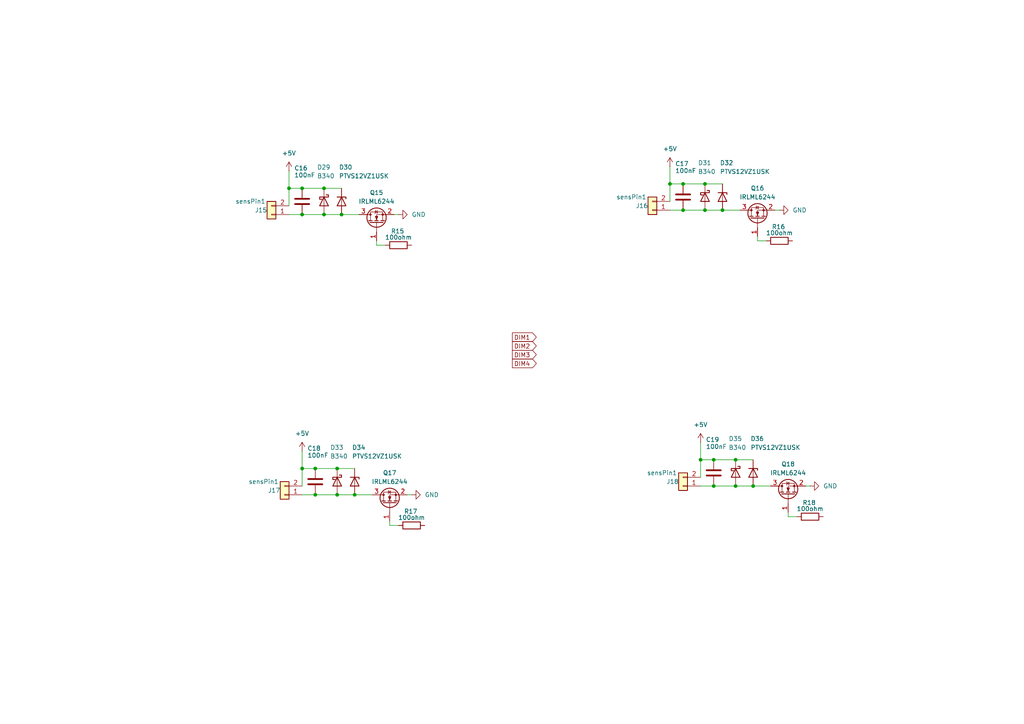
<source format=kicad_sch>
(kicad_sch (version 20231120) (generator "eeschema") (generator_version "8.0")
  (paper "A4")
  (lib_symbols
    (symbol "Connector_Generic:Conn_01x02" (pin_names (offset 1.016) hide)
      (property "Reference" "J" (at 0 2.54 0))
      (property "Value" "Conn_01x02" (at 0 -5.08 0))
      (symbol "Conn_01x02_1_1"
        (rectangle (start -1.27 -2.413) (end 0 -2.667) (stroke (width 0.1524)))
        (rectangle (start -1.27 0.127) (end 0 -0.127) (stroke (width 0.1524)))
        (rectangle (start -1.27 1.27) (end 1.27 -3.81) (stroke (width 0.254)) (fill (type background)))
        (pin passive line (at -5.08 0 0) (length 3.81) (name "Pin_1") (number "1"))
        (pin passive line (at -5.08 -2.54 0) (length 3.81) (name "Pin_2") (number "2"))
      )
    )
    (symbol "Device:C" (pin_numbers hide) (pin_names (offset 0.254))
      (property "Reference" "C" (at 0.635 2.54 0))
      (property "Value" "C" (at 0.635 -2.54 0))
      (symbol "C_0_1"
        (polyline (pts (xy -2.032 -0.762) (xy 2.032 -0.762)) (stroke (width 0.508)))
        (polyline (pts (xy -2.032 0.762) (xy 2.032 0.762)) (stroke (width 0.508)))
      )
      (symbol "C_1_1"
        (pin passive line (at 0 3.81 270) (length 2.794) (name "~") (number "1"))
        (pin passive line (at 0 -3.81 90) (length 2.794) (name "~") (number "2"))
      )
    )
    (symbol "Device:R" (pin_numbers hide) (pin_names (offset 0))
      (property "Reference" "R" (at 2.032 0 90))
      (property "Value" "R" (at 0 0 90))
      (symbol "R_0_1"
        (rectangle (start -1.016 -2.54) (end 1.016 2.54) (stroke (width 0.254)))
      )
      (symbol "R_1_1"
        (pin passive line (at 0 3.81 270) (length 1.27) (name "~") (number "1"))
        (pin passive line (at 0 -3.81 90) (length 1.27) (name "~") (number "2"))
      )
    )
    (symbol "Diode:B340" (pin_numbers hide) (pin_names (offset 1.016) hide)
      (property "Reference" "D" (at 0 2.54 0))
      (property "Value" "B340" (at 0 -2.54 0))
      (symbol "B340_0_1"
        (polyline (pts (xy 1.27 0) (xy -1.27 0)))
        (polyline (pts (xy 1.27 1.27) (xy 1.27 -1.27) (xy -1.27 0) (xy 1.27 1.27)) (stroke (width 0.254)))
        (polyline (pts (xy -1.905 0.635) (xy -1.905 1.27) (xy -1.27 1.27) (xy -1.27 -1.27) (xy -0.635 -1.27) (xy -0.635 -0.635)) (stroke (width 0.254)))
      )
      (symbol "B340_1_1"
        (pin passive line (at -3.81 0 0) (length 2.54) (name "K") (number "1"))
        (pin passive line (at 3.81 0 180) (length 2.54) (name "A") (number "2"))
      )
    )
    (symbol "Diode:PTVS12VZ1USK" (pin_numbers hide) (pin_names hide)
      (property "Reference" "D" (at 0 2.54 0))
      (property "Value" "PTVS12VZ1USK" (at 0 -2.54 0))
      (symbol "PTVS12VZ1USK_0_1"
        (polyline (pts (xy 1.27 0) (xy -1.27 0)))
        (polyline (pts (xy -1.27 -1.27) (xy -1.27 1.27) (xy -0.762 1.27)) (stroke (width 0.254)))
        (polyline (pts (xy 1.27 -1.27) (xy 1.27 1.27) (xy -1.27 0) (xy 1.27 -1.27)) (stroke (width 0.254)))
      )
      (symbol "PTVS12VZ1USK_1_1"
        (pin passive line (at -3.81 0 0) (length 2.54) (name "K") (number "1"))
        (pin passive line (at 3.81 0 180) (length 2.54) (name "A") (number "2"))
      )
    )
    (symbol "Transistor_FET:IRLML6244" (pin_names hide)
      (property "Reference" "Q" (at 5.08 1.905 0))
      (property "Value" "IRLML6244" (at 5.08 0 0))
      (symbol "IRLML6244_0_1"
        (polyline (pts (xy 0.254 0) (xy -2.54 0)))
        (polyline (pts (xy 0.254 1.905) (xy 0.254 -1.905)) (stroke (width 0.254)))
        (polyline (pts (xy 0.762 -1.27) (xy 0.762 -2.286)) (stroke (width 0.254)))
        (polyline (pts (xy 0.762 0.508) (xy 0.762 -0.508)) (stroke (width 0.254)))
        (polyline (pts (xy 0.762 2.286) (xy 0.762 1.27)) (stroke (width 0.254)))
        (polyline (pts (xy 2.54 2.54) (xy 2.54 1.778)))
        (polyline (pts (xy 2.54 -2.54) (xy 2.54 0) (xy 0.762 0)))
        (polyline (pts (xy 0.762 -1.778) (xy 3.302 -1.778) (xy 3.302 1.778) (xy 0.762 1.778)))
        (polyline (pts (xy 1.016 0) (xy 2.032 0.381) (xy 2.032 -0.381) (xy 1.016 0)) (fill (type outline)))
        (polyline (pts (xy 2.794 0.508) (xy 2.921 0.381) (xy 3.683 0.381) (xy 3.81 0.254)))
        (polyline (pts (xy 3.302 0.381) (xy 2.921 -0.254) (xy 3.683 -0.254) (xy 3.302 0.381)))
        (circle (center 1.651 0) (radius 2.794) (stroke (width 0.254)))
        (circle (center 2.54 -1.778) (radius 0.254) (fill (type outline)))
        (circle (center 2.54 1.778) (radius 0.254) (fill (type outline)))
      )
      (symbol "IRLML6244_1_1"
        (pin input line (at -5.08 0 0) (length 2.54) (name "G") (number "1"))
        (pin passive line (at 2.54 -5.08 90) (length 2.54) (name "S") (number "2"))
        (pin passive line (at 2.54 5.08 270) (length 2.54) (name "D") (number "3"))
      )
    )
    (symbol "power:+5V" (power) (pin_numbers hide) (pin_names (offset 0) hide)
      (property "Value" "+5V" (at 0 3.556 0))
      (symbol "+5V_0_1"
        (polyline (pts (xy -0.762 1.27) (xy 0 2.54)))
        (polyline (pts (xy 0 0) (xy 0 2.54)))
        (polyline (pts (xy 0 2.54) (xy 0.762 1.27)))
      )
      (symbol "+5V_1_1"
        (pin power_in line (at 0 0 90) (length 0) (name "~") (number "1"))
      )
    )
    (symbol "power:GND" (power) (pin_numbers hide) (pin_names (offset 0) hide)
      (property "Value" "GND" (at 0 -3.81 0))
      (symbol "GND_0_1"
        (polyline (pts (xy 0 0) (xy 0 -1.27) (xy 1.27 -1.27) (xy 0 -2.54) (xy -1.27 -1.27) (xy 0 -1.27)))
      )
      (symbol "GND_1_1"
        (pin power_in line (at 0 0 270) (length 0) (name "~") (number "1"))
      )
    )
  )
  (junction (at 91.44 143.51))
  (junction (at 204.47 60.96))
  (junction (at 83.82 54.61))
  (junction (at 198.12 53.34))
  (junction (at 87.63 62.23))
  (junction (at 218.44 140.97))
  (junction (at 97.79 135.89))
  (junction (at 194.31 53.34))
  (junction (at 207.01 133.35))
  (junction (at 99.06 62.23))
  (junction (at 102.87 143.51))
  (junction (at 97.79 143.51))
  (junction (at 91.44 135.89))
  (junction (at 209.55 60.96))
  (junction (at 213.36 133.35))
  (junction (at 204.47 53.34))
  (junction (at 213.36 140.97))
  (junction (at 93.98 54.61))
  (junction (at 87.63 54.61))
  (junction (at 198.12 60.96))
  (junction (at 203.2 133.35))
  (junction (at 87.63 135.89))
  (junction (at 207.01 140.97))
  (junction (at 93.98 62.23))
  (wire (pts (xy 222.25 69.85) (xy 219.71 69.85)))
  (wire (pts (xy 83.82 54.61) (xy 87.63 54.61)))
  (wire (pts (xy 194.31 60.96) (xy 198.12 60.96)))
  (wire (pts (xy 207.01 140.97) (xy 213.36 140.97)))
  (wire (pts (xy 209.55 60.96) (xy 214.63 60.96)))
  (wire (pts (xy 87.63 130.81) (xy 87.63 135.89)))
  (wire (pts (xy 218.44 140.97) (xy 223.52 140.97)))
  (wire (pts (xy 99.06 62.23) (xy 104.14 62.23)))
  (wire (pts (xy 198.12 53.34) (xy 204.47 53.34)))
  (wire (pts (xy 87.63 143.51) (xy 91.44 143.51)))
  (wire (pts (xy 91.44 143.51) (xy 97.79 143.51)))
  (wire (pts (xy 113.03 152.4) (xy 113.03 151.13)))
  (wire (pts (xy 83.82 62.23) (xy 87.63 62.23)))
  (wire (pts (xy 87.63 135.89) (xy 87.63 140.97)))
  (wire (pts (xy 115.57 152.4) (xy 113.03 152.4)))
  (wire (pts (xy 194.31 53.34) (xy 194.31 58.42)))
  (wire (pts (xy 93.98 54.61) (xy 99.06 54.61)))
  (wire (pts (xy 203.2 128.27) (xy 203.2 133.35)))
  (wire (pts (xy 83.82 49.53) (xy 83.82 54.61)))
  (wire (pts (xy 203.2 133.35) (xy 207.01 133.35)))
  (wire (pts (xy 228.6 149.86) (xy 228.6 148.59)))
  (wire (pts (xy 109.22 71.12) (xy 109.22 69.85)))
  (wire (pts (xy 194.31 48.26) (xy 194.31 53.34)))
  (wire (pts (xy 97.79 135.89) (xy 102.87 135.89)))
  (wire (pts (xy 219.71 69.85) (xy 219.71 68.58)))
  (wire (pts (xy 207.01 133.35) (xy 213.36 133.35)))
  (wire (pts (xy 93.98 62.23) (xy 99.06 62.23)))
  (wire (pts (xy 102.87 143.51) (xy 107.95 143.51)))
  (wire (pts (xy 97.79 143.51) (xy 102.87 143.51)))
  (wire (pts (xy 234.95 140.97) (xy 233.68 140.97)))
  (wire (pts (xy 213.36 140.97) (xy 218.44 140.97)))
  (wire (pts (xy 213.36 133.35) (xy 218.44 133.35)))
  (wire (pts (xy 83.82 54.61) (xy 83.82 59.69)))
  (wire (pts (xy 204.47 60.96) (xy 209.55 60.96)))
  (wire (pts (xy 87.63 135.89) (xy 91.44 135.89)))
  (wire (pts (xy 91.44 135.89) (xy 97.79 135.89)))
  (wire (pts (xy 87.63 54.61) (xy 93.98 54.61)))
  (wire (pts (xy 204.47 53.34) (xy 209.55 53.34)))
  (wire (pts (xy 203.2 133.35) (xy 203.2 138.43)))
  (wire (pts (xy 203.2 140.97) (xy 207.01 140.97)))
  (wire (pts (xy 87.63 62.23) (xy 93.98 62.23)))
  (wire (pts (xy 119.38 143.51) (xy 118.11 143.51)))
  (wire (pts (xy 194.31 53.34) (xy 198.12 53.34)))
  (wire (pts (xy 198.12 60.96) (xy 204.47 60.96)))
  (wire (pts (xy 115.57 62.23) (xy 114.3 62.23)))
  (wire (pts (xy 111.76 71.12) (xy 109.22 71.12)))
  (wire (pts (xy 231.14 149.86) (xy 228.6 149.86)))
  (wire (pts (xy 226.06 60.96) (xy 224.79 60.96)))
  (global_label "DIM4" (shape output) (at 148.59 105.41 0) (property "Intersheetrefs" "${INTERSHEET_REFS}" (effects (hide yes))))
  (global_label "DIM3" (shape output) (at 148.59 102.87 0) (property "Intersheetrefs" "${INTERSHEET_REFS}" (effects (hide yes))))
  (global_label "DIM2" (shape output) (at 148.59 100.33 0) (property "Intersheetrefs" "${INTERSHEET_REFS}" (effects (hide yes))))
  (global_label "DIM1" (shape output) (at 148.59 97.79 0) (property "Intersheetrefs" "${INTERSHEET_REFS}" (effects (hide yes))))
  (symbol (lib_id "Diode:PTVS12VZ1USK") (at 99.06 58.42 270) (unit 1)
    (property "Reference" "D30" (at 98.298 48.514 90) (effects (justify left)))
    (property "Value" "PTVS12VZ1USK" (at 98.298 51.054 90) (effects (justify left)))
    (property "Footprint" "Diode_SMD:Nexperia_DSN1608-2_1.6x0.8mm" (effects (hide yes)))
    (property "Datasheet" "https://assets.nexperia.com/documents/data-sheet/PTVS12VZ1USK.pdf" (effects (hide yes)))
    (property "Description" "12V, 1900W TVS unidirectional diode, DSN1608-2" (effects (hide yes)))
  )
  (symbol (lib_id "power:+5V") (at 87.63 130.81 0) (unit 1)
    (property "Reference" "#PWR037" (effects (hide yes)))
    (property "Value" "+5V" (at 87.63 125.73 0))
    (property "Description" "Power symbol creates a global label with name \"+5V\"" (effects (hide yes)))
  )
  (symbol (lib_id "Connector_Generic:Conn_01x02") (at 198.12 140.97 180) (unit 1)
    (property "Reference" "J18" (at 195.072 139.7 0))
    (property "Value" "sensPin1" (at 192.024 137.16 0))
    (property "Footprint" "Connector_JST:JST_XH_S2B-XH-A_1x02_P2.50mm_Horizontal" (effects (hide yes)))
    (property "Description" "Generic connector, single row, 01x02, script generated (kicad-library-utils/schlib/autogen/connector/)" (effects (hide yes)))
  )
  (symbol (lib_id "power:+5V") (at 203.2 128.27 0) (unit 1)
    (property "Reference" "#PWR039" (effects (hide yes)))
    (property "Value" "+5V" (at 203.2 123.19 0))
    (property "Description" "Power symbol creates a global label with name \"+5V\"" (effects (hide yes)))
  )
  (symbol (lib_id "power:GND") (at 234.95 140.97 90) (unit 1)
    (property "Reference" "#PWR040" (effects (hide yes)))
    (property "Value" "GND" (at 238.76 140.9699 90) (effects (justify right)))
    (property "Description" "Power symbol creates a global label with name \"GND\" , ground" (effects (hide yes)))
  )
  (symbol (lib_id "Transistor_FET:IRLML6244") (at 228.6 143.51 90) (unit 1)
    (property "Reference" "Q18" (at 228.6 134.62 90))
    (property "Value" "IRLML6244" (at 228.6 137.16 90))
    (property "Footprint" "Package_TO_SOT_SMD:SOT-23" (effects (hide yes)))
    (property "Datasheet" "https://www.infineon.com/dgdl/Infineon-IRLML6244-DataSheet-v01_01-EN.pdf?fileId=5546d462533600a4015356686fed261f" (effects (hide yes)))
    (property "Description" "6.3A Id, 20V Vds, 21mOhm Rds, N-Channel StrongIRFET Power MOSFET, SOT-23" (effects (hide yes)))
  )
  (symbol (lib_id "Transistor_FET:IRLML6244") (at 219.71 63.5 90) (unit 1)
    (property "Reference" "Q16" (at 219.71 54.61 90))
    (property "Value" "IRLML6244" (at 219.71 57.15 90))
    (property "Footprint" "Package_TO_SOT_SMD:SOT-23" (effects (hide yes)))
    (property "Datasheet" "https://www.infineon.com/dgdl/Infineon-IRLML6244-DataSheet-v01_01-EN.pdf?fileId=5546d462533600a4015356686fed261f" (effects (hide yes)))
    (property "Description" "6.3A Id, 20V Vds, 21mOhm Rds, N-Channel StrongIRFET Power MOSFET, SOT-23" (effects (hide yes)))
  )
  (symbol (lib_id "Diode:B340") (at 93.98 58.42 270) (unit 1)
    (property "Reference" "D29" (at 91.948 48.514 90) (effects (justify left)))
    (property "Value" "B340" (at 91.948 51.054 90) (effects (justify left)))
    (property "Footprint" "Diode_SMD:D_SMC" (effects (hide yes)))
    (property "Datasheet" "http://www.jameco.com/Jameco/Products/ProdDS/1538777.pdf" (effects (hide yes)))
    (property "Description" "40V 3A Schottky Barrier Rectifier Diode, SMC" (effects (hide yes)))
  )
  (symbol (lib_id "Transistor_FET:IRLML6244") (at 113.03 146.05 90) (unit 1)
    (property "Reference" "Q17" (at 113.03 137.16 90))
    (property "Value" "IRLML6244" (at 113.03 139.7 90))
    (property "Footprint" "Package_TO_SOT_SMD:SOT-23" (effects (hide yes)))
    (property "Datasheet" "https://www.infineon.com/dgdl/Infineon-IRLML6244-DataSheet-v01_01-EN.pdf?fileId=5546d462533600a4015356686fed261f" (effects (hide yes)))
    (property "Description" "6.3A Id, 20V Vds, 21mOhm Rds, N-Channel StrongIRFET Power MOSFET, SOT-23" (effects (hide yes)))
  )
  (symbol (lib_id "Connector_Generic:Conn_01x02") (at 82.55 143.51 180) (unit 1)
    (property "Reference" "J17" (at 79.502 142.24 0))
    (property "Value" "sensPin1" (at 76.454 139.7 0))
    (property "Footprint" "Connector_JST:JST_XH_S2B-XH-A_1x02_P2.50mm_Horizontal" (effects (hide yes)))
    (property "Description" "Generic connector, single row, 01x02, script generated (kicad-library-utils/schlib/autogen/connector/)" (effects (hide yes)))
  )
  (symbol (lib_id "Diode:PTVS12VZ1USK") (at 209.55 57.15 270) (unit 1)
    (property "Reference" "D32" (at 208.788 47.244 90) (effects (justify left)))
    (property "Value" "PTVS12VZ1USK" (at 208.788 49.784 90) (effects (justify left)))
    (property "Footprint" "Diode_SMD:Nexperia_DSN1608-2_1.6x0.8mm" (effects (hide yes)))
    (property "Datasheet" "https://assets.nexperia.com/documents/data-sheet/PTVS12VZ1USK.pdf" (effects (hide yes)))
    (property "Description" "12V, 1900W TVS unidirectional diode, DSN1608-2" (effects (hide yes)))
  )
  (symbol (lib_id "Device:R") (at 119.38 152.4 270) (unit 1)
    (property "Reference" "R17" (at 119.126 148.336 90))
    (property "Value" "100ohm" (at 119.38 150.114 90))
    (property "Footprint" "Resistor_SMD:R_0603_1608Metric_Pad0.98x0.95mm_HandSolder" (effects (hide yes)))
    (property "Description" "Resistor" (effects (hide yes)))
  )
  (symbol (lib_id "Connector_Generic:Conn_01x02") (at 78.74 62.23 180) (unit 1)
    (property "Reference" "J15" (at 75.692 60.96 0))
    (property "Value" "sensPin1" (at 72.644 58.42 0))
    (property "Footprint" "Connector_JST:JST_XH_S2B-XH-A_1x02_P2.50mm_Horizontal" (effects (hide yes)))
    (property "Description" "Generic connector, single row, 01x02, script generated (kicad-library-utils/schlib/autogen/connector/)" (effects (hide yes)))
  )
  (symbol (lib_id "power:+5V") (at 194.31 48.26 0) (unit 1)
    (property "Reference" "#PWR035" (effects (hide yes)))
    (property "Value" "+5V" (at 194.31 43.18 0))
    (property "Description" "Power symbol creates a global label with name \"+5V\"" (effects (hide yes)))
  )
  (symbol (lib_id "Diode:PTVS12VZ1USK") (at 218.44 137.16 270) (unit 1)
    (property "Reference" "D36" (at 217.678 127.254 90) (effects (justify left)))
    (property "Value" "PTVS12VZ1USK" (at 217.678 129.794 90) (effects (justify left)))
    (property "Footprint" "Diode_SMD:Nexperia_DSN1608-2_1.6x0.8mm" (effects (hide yes)))
    (property "Datasheet" "https://assets.nexperia.com/documents/data-sheet/PTVS12VZ1USK.pdf" (effects (hide yes)))
    (property "Description" "12V, 1900W TVS unidirectional diode, DSN1608-2" (effects (hide yes)))
  )
  (symbol (lib_id "Diode:PTVS12VZ1USK") (at 102.87 139.7 270) (unit 1)
    (property "Reference" "D34" (at 102.108 129.794 90) (effects (justify left)))
    (property "Value" "PTVS12VZ1USK" (at 102.108 132.334 90) (effects (justify left)))
    (property "Footprint" "Diode_SMD:Nexperia_DSN1608-2_1.6x0.8mm" (effects (hide yes)))
    (property "Datasheet" "https://assets.nexperia.com/documents/data-sheet/PTVS12VZ1USK.pdf" (effects (hide yes)))
    (property "Description" "12V, 1900W TVS unidirectional diode, DSN1608-2" (effects (hide yes)))
  )
  (symbol (lib_id "Device:C") (at 87.63 58.42 0) (unit 1)
    (property "Reference" "C16" (at 85.344 48.768 0) (effects (justify left)))
    (property "Value" "100nF" (at 85.344 50.8 0) (effects (justify left)))
    (property "Footprint" "Capacitor_SMD:C_0603_1608Metric_Pad1.08x0.95mm_HandSolder" (effects (hide yes)))
    (property "Description" "Unpolarized capacitor" (effects (hide yes)))
  )
  (symbol (lib_id "Device:C") (at 198.12 57.15 0) (unit 1)
    (property "Reference" "C17" (at 195.834 47.498 0) (effects (justify left)))
    (property "Value" "100nF" (at 195.834 49.53 0) (effects (justify left)))
    (property "Footprint" "Capacitor_SMD:C_0603_1608Metric_Pad1.08x0.95mm_HandSolder" (effects (hide yes)))
    (property "Description" "Unpolarized capacitor" (effects (hide yes)))
  )
  (symbol (lib_id "Device:R") (at 115.57 71.12 270) (unit 1)
    (property "Reference" "R15" (at 115.316 67.056 90))
    (property "Value" "100ohm" (at 115.57 68.834 90))
    (property "Footprint" "Resistor_SMD:R_0603_1608Metric_Pad0.98x0.95mm_HandSolder" (effects (hide yes)))
    (property "Description" "Resistor" (effects (hide yes)))
  )
  (symbol (lib_id "Device:R") (at 226.06 69.85 270) (unit 1)
    (property "Reference" "R16" (at 225.806 65.786 90))
    (property "Value" "100ohm" (at 226.06 67.564 90))
    (property "Footprint" "Resistor_SMD:R_0603_1608Metric_Pad0.98x0.95mm_HandSolder" (effects (hide yes)))
    (property "Description" "Resistor" (effects (hide yes)))
  )
  (symbol (lib_id "Device:R") (at 234.95 149.86 270) (unit 1)
    (property "Reference" "R18" (at 234.696 145.796 90))
    (property "Value" "100ohm" (at 234.95 147.574 90))
    (property "Footprint" "Resistor_SMD:R_0603_1608Metric_Pad0.98x0.95mm_HandSolder" (effects (hide yes)))
    (property "Description" "Resistor" (effects (hide yes)))
  )
  (symbol (lib_id "power:+5V") (at 83.82 49.53 0) (unit 1)
    (property "Reference" "#PWR033" (effects (hide yes)))
    (property "Value" "+5V" (at 83.82 44.45 0))
    (property "Description" "Power symbol creates a global label with name \"+5V\"" (effects (hide yes)))
  )
  (symbol (lib_id "Transistor_FET:IRLML6244") (at 109.22 64.77 90) (unit 1)
    (property "Reference" "Q15" (at 109.22 55.88 90))
    (property "Value" "IRLML6244" (at 109.22 58.42 90))
    (property "Footprint" "Package_TO_SOT_SMD:SOT-23" (effects (hide yes)))
    (property "Datasheet" "https://www.infineon.com/dgdl/Infineon-IRLML6244-DataSheet-v01_01-EN.pdf?fileId=5546d462533600a4015356686fed261f" (effects (hide yes)))
    (property "Description" "6.3A Id, 20V Vds, 21mOhm Rds, N-Channel StrongIRFET Power MOSFET, SOT-23" (effects (hide yes)))
  )
  (symbol (lib_id "power:GND") (at 115.57 62.23 90) (unit 1)
    (property "Reference" "#PWR034" (effects (hide yes)))
    (property "Value" "GND" (at 119.38 62.2299 90) (effects (justify right)))
    (property "Description" "Power symbol creates a global label with name \"GND\" , ground" (effects (hide yes)))
  )
  (symbol (lib_id "Device:C") (at 207.01 137.16 0) (unit 1)
    (property "Reference" "C19" (at 204.724 127.508 0) (effects (justify left)))
    (property "Value" "100nF" (at 204.724 129.54 0) (effects (justify left)))
    (property "Footprint" "Capacitor_SMD:C_0603_1608Metric_Pad1.08x0.95mm_HandSolder" (effects (hide yes)))
    (property "Description" "Unpolarized capacitor" (effects (hide yes)))
  )
  (symbol (lib_id "Diode:B340") (at 204.47 57.15 270) (unit 1)
    (property "Reference" "D31" (at 202.438 47.244 90) (effects (justify left)))
    (property "Value" "B340" (at 202.438 49.784 90) (effects (justify left)))
    (property "Footprint" "Diode_SMD:D_SMC" (effects (hide yes)))
    (property "Datasheet" "http://www.jameco.com/Jameco/Products/ProdDS/1538777.pdf" (effects (hide yes)))
    (property "Description" "40V 3A Schottky Barrier Rectifier Diode, SMC" (effects (hide yes)))
  )
  (symbol (lib_id "Diode:B340") (at 213.36 137.16 270) (unit 1)
    (property "Reference" "D35" (at 211.328 127.254 90) (effects (justify left)))
    (property "Value" "B340" (at 211.328 129.794 90) (effects (justify left)))
    (property "Footprint" "Diode_SMD:D_SMC" (effects (hide yes)))
    (property "Datasheet" "http://www.jameco.com/Jameco/Products/ProdDS/1538777.pdf" (effects (hide yes)))
    (property "Description" "40V 3A Schottky Barrier Rectifier Diode, SMC" (effects (hide yes)))
  )
  (symbol (lib_id "Diode:B340") (at 97.79 139.7 270) (unit 1)
    (property "Reference" "D33" (at 95.758 129.794 90) (effects (justify left)))
    (property "Value" "B340" (at 95.758 132.334 90) (effects (justify left)))
    (property "Footprint" "Diode_SMD:D_SMC" (effects (hide yes)))
    (property "Datasheet" "http://www.jameco.com/Jameco/Products/ProdDS/1538777.pdf" (effects (hide yes)))
    (property "Description" "40V 3A Schottky Barrier Rectifier Diode, SMC" (effects (hide yes)))
  )
  (symbol (lib_id "power:GND") (at 226.06 60.96 90) (unit 1)
    (property "Reference" "#PWR036" (effects (hide yes)))
    (property "Value" "GND" (at 229.87 60.9599 90) (effects (justify right)))
    (property "Description" "Power symbol creates a global label with name \"GND\" , ground" (effects (hide yes)))
  )
  (symbol (lib_id "power:GND") (at 119.38 143.51 90) (unit 1)
    (property "Reference" "#PWR038" (effects (hide yes)))
    (property "Value" "GND" (at 123.19 143.5099 90) (effects (justify right)))
    (property "Description" "Power symbol creates a global label with name \"GND\" , ground" (effects (hide yes)))
  )
  (symbol (lib_id "Connector_Generic:Conn_01x02") (at 189.23 60.96 180) (unit 1)
    (property "Reference" "J16" (at 186.182 59.69 0))
    (property "Value" "sensPin1" (at 183.134 57.15 0))
    (property "Footprint" "Connector_JST:JST_XH_S2B-XH-A_1x02_P2.50mm_Horizontal" (effects (hide yes)))
    (property "Description" "Generic connector, single row, 01x02, script generated (kicad-library-utils/schlib/autogen/connector/)" (effects (hide yes)))
  )
  (symbol (lib_id "Device:C") (at 91.44 139.7 0) (unit 1)
    (property "Reference" "C18" (at 89.154 130.048 0) (effects (justify left)))
    (property "Value" "100nF" (at 89.154 132.08 0) (effects (justify left)))
    (property "Footprint" "Capacitor_SMD:C_0603_1608Metric_Pad1.08x0.95mm_HandSolder" (effects (hide yes)))
    (property "Description" "Unpolarized capacitor" (effects (hide yes)))
  )
)
</source>
